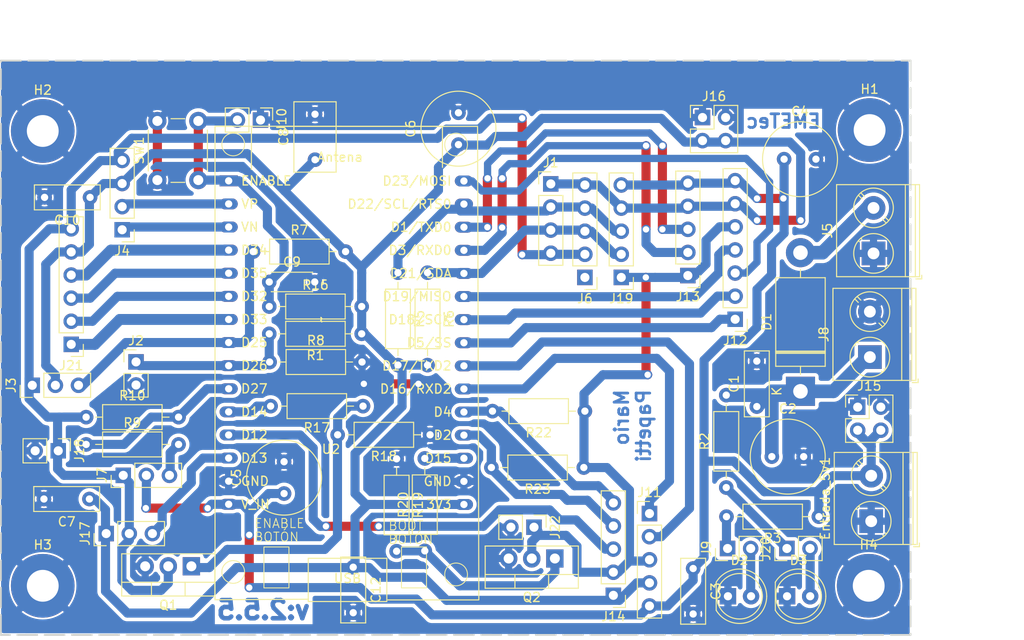
<source format=kicad_pcb>
(kicad_pcb (version 20241229) (generator "pcbnew") (generator_version "9.0")
  (title_block (title "Main Board EME (Estación Meteorológica Estática)") (date "2024-06-17") (rev "1.0") (company "ETec UM (Escuela Técnica de la Universidad de Mendoza).") (comment 1 "Se deja espacio apra agregar disipador al regulador líneal LM7805.") (comment 2 "Se utiliza un ESP32 DOIT DEVKITv1 para dicho proyecto.") (comment 3 "Considerar el layer superior cómo conexión de puentes entre pistas del Bottom.") (comment 4 "Importante considerar pulsador NA con puente interno para el circuito."))
  (layers (0 "F.Cu" signal) (2 "B.Cu" signal) (13 "F.Paste" user) (15 "B.Paste" user) (5 "F.SilkS" user "F.Silkscreen") (7 "B.SilkS" user "B.Silkscreen") (1 "F.Mask" user) (3 "B.Mask" user) (25 "Edge.Cuts" user))
  (net 0 "")
  (net 1 "+BATT")
  (net 2 "GNDREF")
  (net 3 "+5V")
  (net 4 "+3.3V")
  (net 5 "D_hall")
  (net 6 "Net-(D1-A)")
  (net 7 "Net-(D2-A)")
  (net 8 "SCL")
  (net 9 "ADDR")
  (net 10 "DHT22")
  (net 11 "Net-(J9-Pin_1)")
  (net 12 "GND_G1")
  (net 13 "Rest")
  (net 14 "Net-(D3-A)")
  (net 15 "GND_G2")
  (net 16 "RX2")
  (net 17 "KY-004_An")
  (net 18 "KY-004_Dg")
  (net 19 "MQ135_An")
  (net 20 "SDA")
  (net 21 "TX2")
  (net 22 "SS")
  (net 23 "SCK")
  (net 24 "MOSI")
  (net 25 "MISO")
  (net 26 "RX0")
  (net 27 "TX0")
  (net 28 "Y")
  (net 29 "GPIO2")
  (net 30 "Div")
  (net 31 "GPIO4")
  (net 32 "Net-(J20-Pin_1)")
  (net 33 "Net-(Q1-G)")
  (net 34 "Net-(Q2-G)")
  (net 35 "G1")
  (net 36 "G2")
  (net 37 "S0")
  (net 38 "S1")
  (net 39 "S2")
  (net 40 "GPIO12")
  (net 41 "Net-(J7-Pin_3)")
  (footprint "Capacitor_THT:C_Disc_D7.0mm_W2.5mm_P5.00mm" (layer "F.Cu") (at 77.2 107.4 180)
    (property "Reference" "C7")
    (property "Value" "104")
  )
  (footprint "Resistor_THT:R_Axial_DIN0207_L6.3mm_D2.5mm_P10.16mm_Horizontal" (layer "F.Cu") (at 110.97 102.98 -90)
    (property "Reference" "R19")
    (property "Value" "4k7")
  )
  (footprint "Connector_PinHeader_2.54mm:PinHeader_1x05_P2.54mm_Vertical" (layer "F.Cu") (at 142.99 82.835 180)
    (property "Reference" "J13")
    (property "Value" "UART0")
  )
  (footprint "Resistor_THT:R_Axial_DIN0207_L6.3mm_D2.5mm_P10.16mm_Horizontal" (layer "F.Cu") (at 114.65 100.34 180)
    (property "Reference" "R18")
    (property "Value" "4k7")
  )
  (footprint "TerminalBlock_Phoenix:TerminalBlock_Phoenix_PT-1,5-2-5.0-H_1x02_P5.00mm_Horizontal" (layer "F.Cu") (at 163 91.8 90)
    (property "Reference" "J8")
    (property "Value" "Baterias")
  )
  (footprint "MountingHole:MountingHole_3.5mm_Pad" (layer "F.Cu") (at 72.07 116.94)
    (property "Reference" "H3")
    (property "Value" "Sujeción")
  )
  (footprint "LED_THT:LED_D5.0mm_Clear" (layer "F.Cu") (at 147.395 118.09)
    (property "Reference" "D2")
    (property "Value" "LED")
  )
  (footprint "Connector_PinHeader_2.54mm:PinHeader_1x02_P2.54mm_Vertical" (layer "F.Cu") (at 82.325 92.325)
    (property "Reference" "J2")
    (property "Value" "volti")
  )
  (footprint "Resistor_THT:R_Axial_DIN0207_L6.3mm_D2.5mm_P10.16mm_Horizontal" (layer "F.Cu") (at 147.21 106.14 90)
    (property "Reference" "R2")
    (property "Value" "1k")
  )
  (footprint "Connector_PinHeader_2.54mm:PinHeader_1x04_P2.54mm_Vertical" (layer "F.Cu") (at 80.8 77.8 180)
    (property "Reference" "J4")
    (property "Value" "Hoja Mojada")
  )
  (footprint "Connector_PinHeader_2.54mm:PinHeader_1x07_P2.54mm_Vertical" (layer "F.Cu") (at 148.19 87.64 180)
    (property "Reference" "J12")
    (property "Value" "SPI_CONN")
  )
  (footprint "Resistor_THT:R_Axial_DIN0207_L6.3mm_D2.5mm_P10.16mm_Horizontal" (layer "F.Cu") (at 114.37 82.52 -90)
    (property "Reference" "R6")
    (property "Value" "10k")
  )
  (footprint "Connector_PinHeader_2.54mm:PinHeader_1x02_P2.54mm_Vertical" (layer "F.Cu") (at 96.01 65.74 -90)
    (property "Reference" "J10")
    (property "Value" "Reset")
  )
  (footprint "LED_THT:LED_D5.0mm_Clear" (layer "F.Cu") (at 153.895 118.09)
    (property "Reference" "D3")
    (property "Value" "LED")
  )
  (footprint "Capacitor_THT:C_Disc_D7.5mm_W4.4mm_P5.00mm" (layer "F.Cu") (at 102 70.1 90)
    (property "Reference" "C8")
    (property "Value" "104")
  )
  (footprint "Capacitor_THT:C_Radial_D8.0mm_H7.0mm_P3.50mm" (layer "F.Cu") (at 117.77 68.44 90)
    (property "Reference" "C6")
    (property "Value" "22uF")
  )
  (footprint "Connector_PinHeader_2.54mm:PinHeader_1x02_P2.54mm_Vertical" (layer "F.Cu") (at 153.88 112.84 90)
    (property "Reference" "J20")
    (property "Value" "Jumper")
  )
  (footprint "TerminalBlock_Phoenix:TerminalBlock_Phoenix_PT-1,5-2-5.0-H_1x02_P5.00mm_Horizontal" (layer "F.Cu") (at 163.145 109.84 90)
    (property "Reference" "Entrada_5v1")
    (property "Value" "5v")
  )
  (footprint "Resistor_THT:R_Axial_DIN0207_L6.3mm_D2.5mm_P10.16mm_Horizontal" (layer "F.Cu") (at 97.01 92.34)
    (property "Reference" "R8")
    (property "Value" "180k")
  )
  (footprint "Connector_PinHeader_2.54mm:PinHeader_1x03_P2.54mm_Vertical" (layer "F.Cu") (at 80.92 104.8 90)
    (property "Reference" "J7")
    (property "Value" "MQ135")
  )
  (footprint "Resistor_THT:R_Axial_DIN0207_L6.3mm_D2.5mm_P10.16mm_Horizontal" (layer "F.Cu") (at 107.28 97.19 180)
    (property "Reference" "R17")
    (property "Value" "1k")
  )
  (footprint "Connector_PinHeader_2.54mm:PinHeader_1x05_P2.54mm_Vertical" (layer "F.Cu") (at 134.8 117.99 180)
    (property "Reference" "J14")
    (property "Value" "GPIO's")
  )
  (footprint "Connector_PinHeader_2.54mm:PinHeader_1x05_P2.54mm_Vertical" (layer "F.Cu") (at 131.67 83.04 180)
    (property "Reference" "J6")
    (property "Value" "BH1750")
  )
  (footprint "MountingHole:MountingHole_3.5mm_Pad" (layer "F.Cu") (at 162.87 116.94)
    (property "Reference" "H4")
    (property "Value" "Sujeción")
  )
  (footprint "Resistor_THT:R_Axial_DIN0207_L6.3mm_D2.5mm_P10.16mm_Horizontal" (layer "F.Cu") (at 157.395 109.34 180)
    (property "Reference" "R3")
    (property "Value" "1k")
  )
  (footprint "Resistor_THT:R_Axial_DIN0207_L6.3mm_D2.5mm_P10.16mm_Horizontal" (layer "F.Cu") (at 76.84 101.4)
    (property "Reference" "R9")
    (property "Value" "12k")
  )
  (footprint "Capacitor_THT:C_Radial_D8.0mm_H11.5mm_P3.50mm" (layer "F.Cu") (at 153.57 70.04)
    (property "Reference" "C4")
    (property "Value" "220uF")
  )
  (footprint "Resistor_THT:R_Axial_DIN0207_L6.3mm_D2.5mm_P10.16mm_Horizontal" (layer "F.Cu") (at 76.84 98.4)
    (property "Reference" "R10")
    (property "Value" "22k")
  )
  (footprint "Package_TO_SOT_THT:TO-220-3_Vertical" (layer "F.Cu") (at 88.41 114.795 180)
    (property "Reference" "Q1")
    (property "Value" "IRF540N")
  )
  (footprint "Button_Switch_THT:SW_PUSH_6mm_H8mm" (layer "F.Cu") (at 84.67 72.34 90)
    (property "Reference" "SW1")
    (property "Value" "Enable")
  )
  (footprint "Connector_PinHeader_2.54mm:PinHeader_2x02_P2.54mm_Vertical" (layer "F.Cu") (at 144.6 65.46)
    (property "Reference" "J16")
    (property "Value" "Alimentaciones")
  )
  (footprint "Resistor_THT:R_Axial_DIN0207_L6.3mm_D2.5mm_P10.16mm_Horizontal" (layer "F.Cu") (at 107.13 89.24 180)
    (property "Reference" "R1")
    (property "Value" "1M")
  )
  (footprint "Capacitor_THT:C_Disc_D7.0mm_W2.5mm_P5.00mm" (layer "F.Cu") (at 106.2 114.9 -90)
    (property "Reference" "C12")
    (property "Value" "104")
  )
  (footprint "Resistor_THT:R_Axial_DIN0207_L6.3mm_D2.5mm_P10.16mm_Horizontal" (layer "F.Cu") (at 96.97 86.24)
    (property "Reference" "R16")
    (property "Value" "10k")
  )
  (footprint "Connector_PinHeader_2.54mm:PinHeader_1x03_P2.54mm_Vertical" (layer "F.Cu") (at 70.92 94.9 90)
    (property "Reference" "J3")
    (property "Value" "DHT22")
  )
  (footprint "Connector_PinHeader_2.54mm:PinHeader_1x02_P2.54mm_Vertical" (layer "F.Cu") (at 126.075 110.5 -90)
    (property "Reference" "J22")
    (property "Value" "G->G2")
  )
  (footprint "Capacitor_THT:C_Radial_D8.0mm_H11.5mm_P3.50mm" (layer "F.Cu") (at 152.22 102.74)
    (property "Reference" "C2")
    (property "Value" "220uF")
  )
  (footprint "Capacitor_THT:C_Disc_D7.0mm_W2.5mm_P5.00mm" (layer "F.Cu") (at 150.57 97.24 90)
    (property "Reference" "C1")
    (property "Value" "104")
  )
  (footprint "Connector_PinHeader_2.54mm:PinHeader_1x05_P2.54mm_Vertical" (layer "F.Cu") (at 138.77 109)
    (property "Reference" "J11")
    (property "Value" "UART2")
  )
  (footprint "Connector_PinHeader_2.54mm:PinHeader_1x06_P2.54mm_Vertical" (layer "F.Cu") (at 75.2 90.4 180)
    (property "Reference" "J21")
    (property "Value" "veleta")
  )
  (footprint "MountingHole:MountingHole_3.5mm_Pad" (layer "F.Cu") (at 162.97 66.84)
    (property "Reference" "H1")
    (property "Value" "Sujeción")
  )
  (footprint "TerminalBlock_Phoenix:TerminalBlock_Phoenix_PT-1,5-2-5.0-H_1x02_P5.00mm_Horizontal" (layer "F.Cu") (at 163.4 80.4 90)
    (property "Reference" "J5")
    (property "Value" "PanelSolar")
  )
  (footprint "Connector_PinHeader_2.54mm:PinHeader_1x05_P2.54mm_Vertical" (layer "F.Cu") (at 135.67 83.04 180)
    (property "Reference" "J19")
    (property "Value" "I2C")
  )
  (footprint "Connector_PinHeader_2.54mm:PinHeader_1x02_P2.54mm_Vertical" (layer "F.Cu") (at 147.355 112.84 90)
    (property "Reference" "J9")
    (property "Value" "Jumper")
  )
  (footprint "Resistor_THT:R_Axial_DIN0207_L6.3mm_D2.5mm_P10.16mm_Horizontal" (layer "F.Cu") (at 114.07 113.1 90)
    (property "Reference" "R20")
    (property "Value" "1k")
  )
  (footprint "Resistor_THT:R_Axial_DIN0207_L6.3mm_D2.5mm_P10.16mm_Horizontal" (layer "F.Cu") (at 131.67 97.74 180)
    (property "Reference" "R22")
    (property "Value" "4k7")
  )
  (footprint "Connector_PinHeader_2.54mm:PinHeader_1x02_P2.54mm_Vertical" (layer "F.Cu") (at 73.775 102.1 -90)
    (property "Reference" "J18")
    (property "Value" "G->G1")
  )
  (footprint "Capacitor_THT:C_Radial_D8.0mm_H7.0mm_P3.50mm" (layer "F.Cu") (at 98.6 106.8 90)
    (property "Reference" "C5")
    (property "Value" "22uF")
  )
  (footprint "Package_TO_SOT_THT:TO-220-3_Vertical" (layer "F.Cu") (at 128.37 113.94 180)
    (property "Reference" "Q2")
    (property "Value" "IRF540N")
  )
  (footprint "Diode_THT:D_DO-201AD_P15.24mm_Horizontal" (layer "F.Cu") (at 155.37 95.56 90)
    (property "Reference" "D1")
    (property "Value" "1N5400")
  )
  (footprint "Resistor_THT:R_Axial_DIN0207_L6.3mm_D2.5mm_P10.16mm_Horizontal" (layer "F.Cu") (at 111.12 82.52 -90)
    (property "Reference" "R5")
    (property "Value" "10k")
  )
  (footprint "Connector_PinHeader_2.54mm:PinHeader_2x02_P2.54mm_Vertical" (layer "F.Cu") (at 161.66 97.3)
    (property "Reference" "J15")
    (property "Value" "Alimentaciones")
  )
  (footprint "Resistor_THT:R_Axial_DIN0207_L6.3mm_D2.5mm_P10.16mm_Horizontal" (layer "F.Cu") (at 95.2 80.2)
    (property "Reference" "R7")
    (property "Value" "5k1")
  )
  (footprint "Capacitor_THT:C_Disc_D7.0mm_W2.5mm_P5.00mm" (layer "F.Cu") (at 143.57 115.04 -90)
    (property "Reference" "C3")
    (property "Value" "104")
  )
  (footprint "Librerias:ESP32-DevKit_V1" (layer "F.Cu") (at 92.508 72.42)
    (property "Reference" "U2")
    (property "Value" "~")
  )
  (footprint "Capacitor_THT:C_Disc_D4.3mm_W1.9mm_P5.00mm" (layer "F.Cu") (at 96.97 83.54)
    (property "Reference" "C9")
    (property "Value" "104")
  )
  (footprint "Capacitor_THT:C_Disc_D7.0mm_W2.5mm_P5.00mm" (layer "F.Cu") (at 77.27 74.24 180)
    (property "Reference" "C10")
    (property "Value" "104")
  )
  (footprint "Resistor_THT:R_Axial_DIN0207_L6.3mm_D2.5mm_P10.16mm_Horizontal" (layer "F.Cu") (at 131.55 103.94 180)
    (property "Reference" "R23")
    (property "Value" "4k7")
  )
  (footprint "Connector_PinHeader_2.54mm:PinHeader_1x03_P2.54mm_Vertical" (layer "F.Cu") (at 79.045 111.2 90)
    (property "Reference" "J17")
    (property "Value" "Anemómetro")
  )
  (footprint "MountingHole:MountingHole_3.5mm_Pad" (layer "F.Cu") (at 72.07 66.94)
    (property "Reference" "H2")
    (property "Value" "Sujeción")
  )
  (footprint "Connector_PinHeader_2.54mm:PinHeader_1x04_P2.54mm_Vertical" (layer "F.Cu") (at 127.92 72.76)
    (property "Reference" "J1")
    (property "Value" "BMP180")
  )
  (gr_rect (start 67.47 59.21) (end 167.47 122.34) (stroke (width 0.2) (type dash)) (fill no) (layer "Edge.Cuts"))
  (gr_text "EMETec" (at 157.75 66.75 0) (layer "B.Cu") (effects (font (size 1.5 1.5) (thickness 0.3) (bold yes)) (justify left bottom mirror)))
  (gr_text "Mario\nPapetti" (at 139 95.2 90) (layer "B.Cu") (effects (font (size 1.5 1.5) (thickness 0.3) (bold yes)) (justify left bottom mirror)))
  (gr_text "v:2.5.5" (at 101.69 120.78 0) (layer "B.Cu") (effects (font (size 2 2) (thickness 0.5) (bold yes)) (justify left bottom mirror)))
  (segment (start 154.95 95.98) (end 155.37 95.56) (width 1.5) (layer "B.Cu") (net 1))
  (segment (start 152.22 95.59) (end 152.22 102.74) (width 1.5) (layer "B.Cu") (net 1))
  (segment (start 163 91.8) (end 162.75 91.8) (width 1.5) (layer "B.Cu") (net 1))
  (segment (start 155.37 95.56) (end 152.25 95.56) (width 1.5) (layer "B.Cu") (net 1))
  (segment (start 147.21 95.98) (end 154.95 95.98) (width 1.5) (layer "B.Cu") (net 1))
  (segment (start 152.25 95.56) (end 150.57 97.24) (width 1.5) (layer "B.Cu") (net 1))
  (segment (start 158.99 95.56) (end 155.37 95.56) (width 1.5) (layer "B.Cu") (net 1))
  (segment (start 152.25 95.56) (end 152.22 95.59) (width 1.5) (layer "B.Cu") (net 1))
  (segment (start 162.75 91.8) (end 158.99 95.56) (width 1.5) (layer "B.Cu") (net 1))
  (segment (start 84.67 65.84) (end 84.67 72.34) (width 1) (layer "F.Cu") (net 2))
  (segment (start 113.37 94.74) (end 107.37 94.74) (width 1) (layer "F.Cu") (net 2))
  (via (at 113.37 94.74) (size 1) (drill 0.7) (layers "F.Cu" "B.Cu") (net 2))
  (via (at 107.37 94.74) (size 1) (drill 0.7) (layers "F.Cu" "B.Cu") (net 2))
  (segment (start 150.59 74.36) (end 153.49 74.36) (width 1) (layer "F.Cu") (net 3))
  (segment (start 83.4 108.4) (end 90.2 108.4) (width 1) (layer "F.Cu") (net 3))
  (segment (start 94.77 111.34) (end 94.77 117.14) (width 1) (layer "F.Cu") (net 3))
  (via (at 153.49 74.36) (size 1) (drill 0.7) (layers "F.Cu" "B.Cu") (net 3))
  (via (at 150.59 74.36) (size 1) (drill 0.7) (layers "F.Cu" "B.Cu") (net 3))
  (via (at 94.77 117.14) (size 1) (drill 0.7) (layers "F.Cu" "B.Cu") (net 3))
  (via (at 90.2 108.4) (size 1) (drill 0.7) (layers "F.Cu" "B.Cu") (net 3))
  (via (at 83.4 108.4) (size 1) (drill 0.7) (layers "F.Cu" "B.Cu") (net 3))
  (via (at 94.77 111.34) (size 1) (drill 0.7) (layers "F.Cu" "B.Cu") (net 3))
  (segment (start 144.77 102.99) (end 144.77 113.84) (width 1) (layer "B.Cu") (net 3))
  (segment (start 83.4 108.4) (end 83.46 108.34) (width 1) (layer "B.Cu") (net 3))
  (segment (start 106.94 117.14) (end 108.2 118.4) (width 1) (layer "B.Cu") (net 3))
  (segment (start 108.2 118.4) (end 113.13 118.4) (width 1) (layer "B.Cu") (net 3))
  (segment (start 152.19 82.76) (end 152.19 79.56) (width 1) (layer "B.Cu") (net 3))
  (segment (start 152.19 79.56) (end 153.57 78.18) (width 1) (layer "B.Cu") (net 3))
  (segment (start 146.97 89.94) (end 149.17 89.94) (width 1) (layer "B.Cu") (net 3))
  (segment (start 143.57 116.34) (end 140.75 119.16) (width 1) (layer "B.Cu") (net 3))
  (segment (start 144.77 92.14) (end 146.97 89.94) (width 1) (layer "B.Cu") (net 3))
  (segment (start 153.57 74.44) (end 153.49 74.36) (width 1) (layer "B.Cu") (net 3))
  (segment (start 137.79 120.14) (end 138.77 119.16) (width 1) (layer "B.Cu") (net 3))
  (segment (start 148.63 72.4) (end 150.59 74.36) (width 1) (layer "B.Cu") (net 3))
  (segment (start 148.63 72.4) (end 148.99 72.76) (width 1) (layer "B.Cu") (net 3))
  (segment (start 92.508 107.98) (end 94.01 107.98) (width 1) (layer "B.Cu") (net 3))
  (segment (start 150.59 88.52) (end 150.59 84.36) (width 1) (layer "B.Cu") (net 3))
  (segment (start 148.19 72.4) (end 148.63 72.4) (width 1) (layer "B.Cu") (net 3))
  (segment (start 135.67 72.88) (end 142.785 72.88) (width 1) (layer "B.Cu") (net 3))
  (segment (start 140.75 119.16) (end 138.77 119.16) (width 1) (layer "B.Cu") (net 3))
  (segment (start 94.77 111.34) (end 94.77 108.93) (width 1) (layer "B.Cu") (net 3))
  (segment (start 161.66 100.14) (end 161.66 99.84) (width 1) (layer "B.Cu") (net 3))
  (segment (start 143.57 115.04) (end 143.57 116.34) (width 1) (layer "B.Cu") (net 3))
  (segment (start 153.49 74.36) (end 153.57 74.28) (width 1) (layer "B.Cu") (net 3))
  (segment (start 90.62 107.98) (end 90.2 108.4) (width 1) (layer "B.Cu") (net 3))
  (segment (start 142.785 72.88) (end 142.99 72.675) (width 1) (layer "B.Cu") (net 3))
  (segment (start 157.395 109.34) (end 157.395 106.405) (width 1) (layer "B.Cu") (net 3))
  (segment (start 150.59 84.36) (end 152.19 82.76) (width 1) (layer "B.Cu") (net 3))
  (segment (start 163.145 104.84) (end 163.145 101.625) (width 1) (layer "B.Cu") (net 3))
  (segment (start 149.17 89.94) (end 150.59 88.52) (width 1) (layer "B.Cu") (net 3))
  (segment (start 163.145 101.625) (end 163.145 100.895) (width 1) (layer "B.Cu") (net 3))
  (segment (start 83.46 108.34) (end 83.46 104.8) (width 1) (layer "B.Cu") (net 3))
  (segment (start 148.045 103.24) (end 151.405 106.6) (width 1) (layer "B.Cu") (net 3))
  (segment (start 163.145 101.625) (end 161.66 100.14) (width 1) (layer "B.Cu") (net 3))
  (segment (start 113.13 118.4) (end 114.87 120.14) (width 1) (layer "B.Cu") (net 3))
  (segment (start 94.77 117.14) (end 106.94 117.14) (width 1) (layer "B.Cu") (net 3))
  (segment (start 163.145 100.895) (end 164.2 99.84) (width 1) (layer "B.Cu") (net 3))
  (segment (start 94.01 107.98) (end 94.77 108.74) (width 1) (layer "B.Cu") (net 3))
  (segment (start 94.77 108.93) (end 96.9 106.8) (width 1) (layer "B.Cu") (net 3))
  (segment (start 145.02 103.24) (end 148.045 103.24) (width 1) (layer "B.Cu") (net 3))
  (segment (start 158.96 104.84) (end 163.145 104.84) (width 1) (layer "B.Cu") (net 3))
  (segment (start 144.77 102.99) (end 145.02 103.24) (width 1) (layer "B.Cu") (net 3))
  (segment (start 157.395 106.6) (end 157.395 109.34) (width 1) (layer "B.Cu") (net 3))
  (segment (start 144.77 102.99) (end 144.77 92.14) (width 1) (layer "B.Cu") (net 3))
  (segment (start 96.9 106.8) (end 98.6 106.8) (width 1) (layer "B.Cu") (net 3))
  (segment (start 151.405 106.6) (end 157.395 106.6) (width 1) (layer "B.Cu") (net 3))
  (segment (start 157.395 106.405) (end 158.96 104.84) (width 1) (layer "B.Cu") (net 3))
  (segment (start 147.915 72.675) (end 148.19 72.4) (width 1) (layer "B.Cu") (net 3))
  (segment (start 153.57 74.28) (end 153.57 70.04) (width 1) (layer "B.Cu") (net 3))
  (segment (start 114.87 120.14) (end 137.79 120.14) (width 1) (layer "B.Cu") (net 3))
  (segment (start 153.57 78.18) (end 153.57 74.44) (width 1) (layer "B.Cu") (net 3))
  (segment (start 94.77 108.74) (end 94.77 111.34) (width 1) (layer "B.Cu") (net 3))
  (segment (start 144.77 113.84) (end 143.57 115.04) (width 1) (layer "B.Cu") (net 3))
  (segment (start 142.99 72.675) (end 147.915 72.675) (width 1) (layer "B.Cu") (net 3))
  (segment (start 92.508 107.98) (end 90.62 107.98) (width 1) (layer "B.Cu") (net 3))
  (segment (start 150.59 76.76) (end 155.39 76.76) (width 1) (layer "F.Cu") (net 4))
  (via (at 155.39 76.76) (size 1) (drill 0.7) (layers "F.Cu" "B.Cu") (net 4))
  (via (at 150.59 76.76) (size 1) (drill 0.7) (layers "F.Cu" "B.Cu") (net 4))
  (segment (start 135.67 75.42) (end 142.785 75.42) (width 1) (layer "B.Cu") (net 4))
  (segment (start 137.38 116.62) (end 138.77 116.62) (width 1) (layer "B.Cu") (net 4))
  (segment (start 142.785 75.42) (end 142.99 75.215) (width 1) (layer "B.Cu") (net 4))
  (segment (start 84.08 69.44) (end 94.57 69.44) (width 1) (layer "B.Cu") (net 4))
  (segment (start 77.2 107.4) (end 77.8 107.4) (width 1) (layer "B.Cu") (net 4))
  (segment (start 81.37 119.94) (end 88.37 119.94) (width 1) (layer "B.Cu") (net 4))
  (segment (start 140.06 65.56) (end 126.95 65.56) (width 1) (layer "B.Cu") (net 4))
  (segment (start 142.99 75.215) (end 147.915 75.215) (width 1) (layer "B.Cu") (net 4))
  (segment (start 72.4 81.6) (end 73.76 80.24) (width 1) (layer "B.Cu") (net 4))
  (segment (start 78.97 108.57) (end 78.97 117.54) (width 1) (layer "B.Cu") (net 4))
  (segment (start 107.47 89.24) (end 107.13 89.24) (width 1) (layer "B.Cu") (net 4))
  (segment (start 111.57 93.34) (end 107.47 89.24) (width 1) (layer "B.Cu") (net 4))
  (segment (start 107.13 84.54) (end 107.13 89.24) (width 1) (layer "B.Cu") (net 4))
  (segment (start 106.4 109.4) (end 107.8 108) (width 1) (layer "B.Cu") (net 4))
  (segment (start 77.8 107.4) (end 78.97 108.57) (width 1) (layer "B.Cu") (net 4))
  (segment (start 120.92 68.49) (end 117.77 68.49) (width 1) (layer "B.Cu") (net 4))
  (segment (start 118.27 108.1) (end 118.37 108) (width 1) (layer "B.Cu") (net 4))
  (segment (start 77.2 79.4) (end 76.36 80.24) (width 1) (layer "B.Cu") (net 4))
  (segment (start 131.67 72.88) (end 133.13 72.88) (width 1) (layer "B.Cu") (net 4))
  (segment (start 77.27 74.24) (end 77.2 74.31) (width 1) (layer "B.Cu") (net 4))
  (segment (start 155.39 76.76) (end 155.39 69.36) (width 1) (layer "B.Cu") (net 4))
  (segment (start 107.94 114.94) (end 109 116) (width 1) (layer "B.Cu") (net 4))
  (segment (start 78.79 72.72) (end 77.27 74.24) (width 1) (layer "B.Cu") (net 4))
  (segment (start 113.93 116) (end 116.47 118.54) (width 1) (layer "B.Cu") (net 4))
  (segment (start 127.92 72.76) (end 131.55 72.76) (width 1) (layer "B.Cu") (net 4))
  (segment (start 73.46 94.9) (end 73.46 93.76) (width 1) (layer "B.Cu") (net 4))
  (segment (start 94.57 69.44) (end 98.665 73.535) (width 1) (layer "B.Cu") (net 4))
  (segment (start 107.8 108) (end 108.6 108) (width 1) (layer "B.Cu") (net 4))
  (segment (start 98.665 73.435) (end 98.665 73.535) (width 1) (layer "B.Cu") (net 4))
  (segment (start 77.2 74.31) (end 77.2 79.4) (width 1) (layer "B.Cu") (net 4))
  (segment (start 117.77 68.49) (end 117.77 68.74) (width 1) (layer "B.Cu") (net 4))
  (segment (start 102 70.1) (end 98.665 73.435) (width 1) (layer "B.Cu") (net 4))
  (segment (start 98.665 73.535) (end 107.03 81.9) (width 1) (layer "B.Cu") (net 4))
  (segment (start 76.36 80.24) (end 75.2 80.24) (width 1) (layer "B.Cu") (net 4))
  (segment (start 107.13 81.9) (end 107.13 82.54) (width 1) (layer "B.Cu") (net 4))
  (segment (start 121.87 67.54) (end 120.92 68.49) (width 1) (layer "B.Cu") (net 4))
  (segment (start 93.37 114.94) (end 107.94 114.94) (width 1) (layer "B.Cu") (net 4))
  (segment (start 126.95 65.56) (end 124.97 67.54) (width 1) (layer "B.Cu") (net 4))
  (segment (start 106.4 114.94) (end 106.4 109.4) (width 1) (layer "B.Cu") (net 4))
  (segment (start 133.13 72.88) (end 135.67 75.42) (width 1) (layer "B.Cu") (net 4))
  (segment (start 116.47 118.54) (end 135.46 118.54) (width 1) (layer "B.Cu") (net 4))
  (segment (start 73.46 93.76) (end 72.4 92.7) (width 1) (layer "B.Cu") (net 4))
  (segment (start 131.55 72.76) (end 131.67 72.88) (width 1) (layer "B.Cu") (net 4))
  (segment (start 148.41 75.16) (end 148.99 75.16) (width 1) (layer "B.Cu") (net 4))
  (segment (start 73.76 80.24) (end 75.2 80.24) (width 1) (layer "B.Cu") (net 4))
  (segment (start 80.8 72.72) (end 84.08 69.44) (width 1) (layer "B.Cu") (net 4))
  (segment (start 111.57 97.23) (end 111.57 93.34) (width 1) (layer "B.Cu") (net 4))
  (segment (start 107.6 108) (end 106.4 106.8) (width 1) (layer "B.Cu") (net 4))
  (segment (start 154.19 68.16) (end 142.66 68.16) (width 1) (layer "B.Cu") (net 4))
  (segment (start 107.13 82.54) (end 107.13 84.54) (width 1) (layer "B.Cu") (net 4))
  (segment (start 117.77 68.74) (end 115.57 70.94) (width 1) (layer "B.Cu") (net 4))
  (segment (start 124.97 67.54) (end 121.87 67.54) (width 1) (layer "B.Cu") (net 4))
  (segment (start 72.4 92.7) (end 72.4 81.6) (width 1) (layer "B.Cu") (net 4))
  (segment (start 155.39 69.36) (end 154.19 68.16) (width 1) (layer "B.Cu") (net 4))
  (segment (start 106.4 106.8) (end 106.4 102.4) (width 1) (layer "B.Cu") (net 4))
  (segment (start 142.66 68.16) (end 140.06 65.56) (width 1) (layer "B.Cu") (net 4))
  (segment (start 78.97 117.54) (end 81.37 119.94) (width 1) (layer "B.Cu") (net 4))
  (segment (start 135.46 118.54) (end 137.38 116.62) (width 1) (layer "B.Cu") (net 4))
  (segment (start 147.915 75.215) (end 148.19 74.94) (width 1) (layer "B.Cu") (net 4))
  (segment (start 107.94 114.94) (end 106.4 114.94) (width 1) (layer "B.Cu") (net 4))
  (segment (start 115.57 70.94) (end 115.57 73.46) (width 1) (layer "B.Cu") (net 4))
  (segment (start 109 116) (end 113.93 116) (width 1) (layer "B.Cu") (net 4))
  (segment (start 106.4 102.4) (end 111.57 97.23) (width 1) (layer "B.Cu") (net 4))
  (segment (start 88.37 119.94) (end 93.37 114.94) (width 1) (layer "B.Cu") (net 4))
  (segment (start 148.99 75.16) (end 150.59 76.76) (width 1) (layer "B.Cu") (net 4))
  (segment (start 108.6 108) (end 107.6 108) (width 1) (layer "B.Cu") (net 4))
  (segment (start 118.37 108) (end 109.63 108) (width 1) (layer "B.Cu") (net 4))
  (segment (start 114.37 92.68) (end 111.12 92.68) (width 1) (layer "B.Cu") (net 4))
  (segment (start 80.8 72.72) (end 78.79 72.72) (width 1) (layer "B.Cu") (net 4))
  (segment (start 115.57 73.46) (end 107.13 81.9) (width 1) (layer "B.Cu") (net 4))
  (segment (start 148.19 74.94) (end 148.41 75.16) (width 1) (layer "B.Cu") (net 4))
  (segment (start 107.03 81.9) (end 107.13 81.9) (width 1) (layer "B.Cu") (net 4))
  (segment (start 108.6 108) (end 109.63 108) (width 1) (layer "B.Cu") (net 4))
  (segment (start 88.4 104.2) (end 89.7 102.9) (width 1) (layer "B.Cu") (net 5))
  (segment (start 88.4 105.6) (end 88.4 104.2) (width 1) (layer "B.Cu") (net 5))
  (segment (start 85.2 110.125) (end 85.2 108.8) (width 1) (layer "B.Cu") (net 5))
  (segment (start 89.7 102.9) (end 92.508 102.9) (width 1) (layer "B.Cu") (net 5))
  (segment (start 92.628 102.78) (end 92.508 102.9) (width 1) (layer "B.Cu") (net 5))
  (segment (start 85.2 108.8) (end 88.4 105.6) (width 1) (layer "B.Cu") (net 5))
  (segment (start 84.125 111.2) (end 85.2 110.125) (width 1) (layer "B.Cu") (net 5))
  (segment (start 155.37 80.32) (end 157.79 80.32) (width 1.5) (layer "B.Cu") (net 6))
  (segment (start 157.79 80.32) (end 162.71 75.4) (width 1.5) (layer "B.Cu") (net 6))
  (segment (start 162.71 75.4) (end 163.4 75.4) (width 1.5) (layer "B.Cu") (net 6))
  (segment (start 149.895 112.84) (end 149.895 118.05) (width 1) (layer "B.Cu") (net 7))
  (segment (start 149.895 118.05) (end 149.935 118.09) (width 1) (layer "B.Cu") (net 7))
  (segment (start 117.81 75.54) (end 118.01 75.74) (width 1) (layer "B.Cu") (net 8))
  (segment (start 118.01 75.74) (end 127.48 75.74) (width 1) (layer "B.Cu") (net 8))
  (segment (start 127.92 75.3) (end 131.55 75.3) (width 1) (layer "B.Cu") (net 8))
  (segment (start 117.81 75.54) (end 116.37 75.54) (width 1) (layer "B.Cu") (net 8))
  (segment (start 131.55 75.3) (end 131.67 75.42) (width 1) (layer "B.Cu") (net 8))
  (segment (start 116.37 75.54) (end 111.12 80.79) (width 1) (layer "B.Cu") (net 8))
  (segment (start 127.48 75.74) (end 127.92 75.3) (width 1) (layer "B.Cu") (net 8))
  (segment (start 111.12 80.79) (end 111.12 82.52) (width 1) (layer "B.Cu") (net 8))
  (segment (start 131.67 75.42) (end 132.41 75.42) (width 1) (layer "B.Cu") (net 8))
  (segment (start 134.95 77.96) (end 135.67 77.96) (width 1) (layer "B.Cu") (net 8))
  (segment (start 118.37 74.98) (end 117.81 75.54) (width 1) (layer "B.Cu") (net 8))
  (segment (start 132.41 75.42) (end 134.95 77.96) (width 1) (layer "B.Cu") (net 8))
  (segment (start 94.8 80.6) (end 95.2 80.2) (width 1) (layer "B.Cu") (net 10))
  (segment (start 92.508 90.2) (end 94.1 90.2) (width 1) (layer "B.Cu") (net 10))
  (segment (start 94.1 90.2) (end 94.8 89.5) (width 1) (layer "B.Cu") (net 10))
  (segment (start 81.2 90.2) (end 92.508 90.2) (width 1) (layer "B.Cu") (net 10))
  (segment (start 94.8 89.5) (end 94.8 80.6) (width 1) (layer "B.Cu") (net 10))
  (segment (start 76.24 95.16) (end 81.2 90.2) (width 1) (layer "B.Cu") (net 10))
  (segment (start 147.235 109.34) (end 147.235 112.72) (width 1) (layer "B.Cu") (net 11))
  (segment (start 147.235 112.72) (end 147.355 112.84) (width 1) (layer "B.Cu") (net 11))
  (segment (start 124.77 80.54) (end 124.77 65.54) (width 1) (layer "F.Cu") (net 12))
  (via (at 124.77 65.54) (size 1) (drill 0.7) (layers "F.Cu" "B.Cu") (net 12))
  (via (at 124.77 80.54) (size 1) (drill 0.7) (layers "F.Cu" "B.Cu") (net 12))
  (segment (start 80.8 104.8) (end 81.585 105.585) (width 1) (layer "B.Cu") (net 12))
  (segment (start 73.9 98.4) (end 73.7 98.6) (width 1) (layer "B.Cu") (net 12))
  (segment (start 80.77 116.34) (end 81.87 117.44) (width 1) (layer "B.Cu") (net 12))
  (segment (start 85.07 117.44) (end 85.87 116.64) (width 1) (layer "B.Cu") (net 12))
  (segment (start 78.41 70.2) (end 75.2 73.41) (width 1) (layer "B.Cu") (net 12))
  (segment (start 80.77 112.74) (end 80.77 116.34) (width 1) (layer "B.Cu") (net 12))
  (segment (start 76.84 98.4) (end 74.4 98.4) (width 1) (layer "B.Cu") (net 12))
  (segment (start 70.57 96.37) (end 72.6 98.4) (width 1) (layer "B.Cu") (net 12))
  (segment (start 131.67 80.5) (end 128.04 80.5) (width 1) (layer "B.Cu") (net 12))
  (segment (start 72.8 77.7) (end 70.57 79.93) (width 1) (layer "B.Cu") (net 12))
  (segment (start 127.76 80.54) (end 124.77 80.54) (width 1) (layer "B.Cu") (net 12))
  (segment (start 74.4 104.8) (end 80.8 104.8) (width 1) (layer "B.Cu") (net 12))
  (segment (start 81.87 67.74) (end 80.37 69.24) (width 1) (layer "B.Cu") (net 12))
  (segment (start 127.92 80.38) (end 127.76 80.54) (width 1) (layer "B.Cu") (net 12))
  (segment (start 80.37 69.24) (end 80.37 70.2) (width 1) (layer "B.Cu") (net 12))
  (segment (start 116.471119 66.74) (end 115.471119 67.74) (width 1) (layer "B.Cu") (net 12))
  (segment (start 120.066081 66.74) (end 116.471119 66.74) (width 1) (layer "B.Cu") (net 12))
  (segment (start 80.37 70.2) (end 78.41 70.2) (width 1) (layer "B.Cu") (net 12))
  (segment (start 124.77 65.54) (end 121.266081 65.54) (width 1) (layer "B.Cu") (net 12))
  (segment (start 81.87 117.44) (end 85.07 117.44) (width 1) (layer "B.Cu") (net 12))
  (segment (start 115.471119 67.74) (end 81.87 67.74) (width 1) (layer "B.Cu") (net 12))
  (segment (start 85.87 116.64) (end 85.87 114.795) (width 1) (layer "B.Cu") (net 12))
  (segment (start 128.04 80.5) (end 127.92 80.38) (width 1) (layer "B.Cu") (net 12))
  (segment (start 73.7 98.6) (end 73.7 104.1) (width 1) (layer "B.Cu") (net 12))
  (segment (start 81.585 105.585) (end 81.585 111.925) (width 1) (layer "B.Cu") (net 12))
  (segment (start 81.585 111.925) (end 80.77 112.74) (width 1) (layer "B.Cu") (net 12))
  (segment (start 75.2 73.41) (end 75.2 77.7) (width 1) (layer "B.Cu") (net 12))
  (segment (start 72.6 98.4) (end 76.84 98.4) (width 1) (layer "B.Cu") (net 12))
  (segment (start 75.2 77.7) (end 72.8 77.7) (width 1) (layer "B.Cu") (net 12))
  (segment (start 121.266081 65.54) (end 120.066081 66.74) (width 1) (layer "B.Cu") (net 12))
  (segment (start 70.57 79.93) (end 70.57 96.37) (width 1) (layer "B.Cu") (net 12))
  (segment (start 73.7 104.1) (end 74.4 104.8) (width 1) (layer "B.Cu") (net 12))
  (segment (start 89.17 65.84) (end 89.17 72.34) (width 1) (layer "F.Cu") (net 13))
  (segment (start 92.508 72.42) (end 92.428 72.34) (width 1) (layer "B.Cu") (net 13))
  (segment (start 96.97 83.54) (end 96.97 86.24) (width 1) (layer "B.Cu") (net 13))
  (segment (start 96.77 75.54) (end 96.77 77.37) (width 1) (layer "B.Cu") (net 13))
  (segment (start 96.77 77.37) (end 98.6 79.2) (width 1) (layer "B.Cu") (net 13))
  (segment (start 92.508 72.42) (end 93.65 72.42) (width 1) (layer "B.Cu") (net 13))
  (segment (start 93.65 72.42) (end 96.77 75.54) (width 1) (layer "B.Cu") (net 13))
  (segment (start 93.405 65.84) (end 93.505 65.94) (width 1) (layer "B.Cu") (net 13))
  (segment (start 89.17 65.84) (end 93.405 65.84) (width 1) (layer "B.Cu") (net 13))
  (segment (start 96.97 86.24) (end 96.77 86.04) (width 1) (layer "B.Cu") (net 13))
  (segment (start 92.428 72.34) (end 89.17 72.34) (width 1) (layer "B.Cu") (net 13))
  (segment (start 98.6 81.91) (end 96.97 83.54) (width 1) (layer "B.Cu") (net 13))
  (segment (start 98.6 79.2) (end 98.6 81.91) (width 1) (layer "B.Cu") (net 13))
  (segment (start 156.435 112.855) (end 156.42 112.84) (width 1) (layer "B.Cu") (net 14))
  (segment (start 156.435 118.09) (end 156.435 112.855) (width 1) (layer "B.Cu") (net 14))
  (segment (start 138.39 93.56) (end 138.39 83.04) (width 1) (layer "F.Cu") (net 15))
  (segment (start 138.57 93.74) (end 138.39 93.56) (width 1) (layer "F.Cu") (net 15))
  (via (at 138.37 83.04) (size 1) (drill 0.7) (layers "F.Cu" "B.Cu") (net 15))
  (via (at 138.57 93.74) (size 1) (drill 0.7) (layers "F.Cu" "B.Cu") (net 15))
  (segment (start 133.66 93.74) (end 138.57 93.74) (width 1) (layer "B.Cu") (net 15))
  (segment (start 146.47 77.48) (end 148.19 77.48) (width 1) (layer "B.Cu") (net 15))
  (segment (start 142.99 82.835) (end 143.715 82.835) (width 1) (layer "B.Cu") (net 15))
  (segment (start 131.57 103.94) (end 131.57 95.83) (width 1) (layer "B.Cu") (net 15))
  (segment (start 134.8 115.45) (end 130.8 115.45) (width 1) (layer "B.Cu") (net 15))
  (segment (start 142.785 83.04) (end 142.99 82.835) (width 1) (layer "B.Cu") (net 15))
  (segment (start 143.715 82.835) (end 144.99 81.56) (width 1) (layer "B.Cu") (net 15))
  (segment (start 139.39 83.04) (end 142.785 83.04) (width 1) (layer "B.Cu") (net 15))
  (segment (start 144.99 81.56) (end 144.99 78.96) (width 1) (layer "B.Cu") (net 15))
  (segment (start 134.08 103.94) (end 136.57 106.43) (width 1) (layer "B.Cu") (net 15))
  (segment (start 131.57 95.83) (end 133.66 93.74) (width 1) (layer "B.Cu") (net 15))
  (segment (start 129.6 111.4) (end 126.51 111.4) (width 1) (layer "B.Cu") (net 15))
  (segment (start 144.99 78.96) (end 146.47 77.48) (width 1) (layer "B.Cu") (net 15))
  (segment (start 136.57 106.43) (end 136.57 114.22) (width 1) (layer "B.Cu") (net 15))
  (segment (start 135.67 83.04) (end 139.39 83.04) (width 1) (layer "B.Cu") (net 15))
  (segment (start 131.55 103.94) (end 134.08 103.94) (width 1) (layer "B.Cu") (net 15))
  (segment (start 126.51 111.4) (end 125.83 112.08) (width 1) (layer "B.Cu") (net 15))
  (segment (start 125.83 112.08) (end 125.83 113.94) (width 1) (layer "B.Cu") (net 15))
  (segment (start 130.8 112.6) (end 129.6 111.4) (width 1) (layer "B.Cu") (net 15))
  (segment (start 134.8 115.45) (end 135.34 115.45) (width 1) (layer "B.Cu") (net 15))
  (segment (start 130.8 115.45) (end 130.8 112.6) (width 1) (layer "B.Cu") (net 15))
  (segment (start 138.63 114.22) (end 138.77 114.08) (width 1) (layer "B.Cu") (net 15))
  (segment (start 126.51 111.4) (end 126.51 110.935) (width 1) (layer "B.Cu") (net 15))
  (segment (start 135.34 115.45) (end 136.57 114.22) (width 1) (layer "B.Cu") (net 15))
  (segment (start 126.51 110.935) (end 126.075 110.5) (width 1) (layer "B.Cu") (net 15))
  (segment (start 136.57 114.22) (end 138.63 114.22) (width 1) (layer "B.Cu") (net 15))
  (segment (start 138.63 109.14) (end 138.77 109) (width 1) (layer "B.Cu") (net 16))
  (segment (start 128.37 91.94) (end 139.57 91.94) (width 1) (layer "B.Cu") (net 16))
  (segment (start 138.77 107.63) (end 138.77 109) (width 1) (layer "B.Cu") (net 16))
  (segment (start 118.37 95.3) (end 125.01 95.3) (width 1) (layer "B.Cu") (net 16))
  (segment (start 140.97 105.43) (end 138.77 107.63) (width 1) (layer "B.Cu") (net 16))
  (segment (start 139.57 91.94) (end 140.97 93.34) (width 1) (layer "B.Cu") (net 16))
  (segment (start 140.97 93.34) (end 140.97 105.43) (width 1) (layer "B.Cu") (net 16))
  (segment (start 125.01 95.3) (end 128.37 91.94) (width 1) (layer "B.Cu") (net 16))
  (segment (start 92.508 77.5) (end 81.1 77.5) (width 1) (layer "B.Cu") (net 17))
  (segment (start 81.1 77.5) (end 80.8 77.8) (width 1) (layer "B.Cu") (net 17))
  (segment (start 80.8 75.26) (end 81.1 74.96) (width 1) (layer "B.Cu") (net 18))
  (segment (start 81.1 74.96) (end 92.508 74.96) (width 1) (layer "B.Cu") (net 18))
  (segment (start 90.12 95.28) (end 87 98.4) (width 1) (layer "B.Cu") (net 19))
  (segment (start 81 101.4) (end 84 98.4) (width 1) (layer "B.Cu") (net 19))
  (segment (start 92.508 95.28) (end 90.12 95.28) (width 1) (layer "B.Cu") (net 19))
  (segment (start 84 98.4) (end 87 98.4) (width 1) (layer "B.Cu") (net 19))
  (segment (start 76.84 101.4) (end 81 101.4) (width 1) (layer "B.Cu") (net 19))
  (segment (start 120.31 82.6) (end 125.07 77.84) (width 1) (layer "B.Cu") (net 20))
  (segment (start 127.92 77.84) (end 131.55 77.84) (width 1) (layer "B.Cu") (net 20))
  (segment (start 125.07 77.84) (end 127.92 77.84) (width 1) (layer "B.Cu") (net 20))
  (segment (start 118.29 82.52) (end 118.37 82.6) (width 1) (layer "B.Cu") (net 20))
  (segment (start 131.67 77.96) (end 132.35 77.96) (width 1) (layer "B.Cu") (net 20))
  (segment (start 131.55 77.84) (end 131.67 77.96) (width 1) (layer "B.Cu") (net 20))
  (segment (start 118.37 82.6) (end 120.31 82.6) (width 1) (layer "B.Cu") (net 20))
  (segment (start 132.35 77.96) (end 134.89 80.5) (width 1) (layer "B.Cu") (net 20))
  (segment (start 134.89 80.5) (end 135.67 80.5) (width 1) (layer "B.Cu") (net 20))
  (segment (start 114.37 82.52) (end 118.29 82.52) (width 1) (layer "B.Cu") (net 20))
  (segment (start 140.77 90.14) (end 143.17 92.54) (width 1) (layer "B.Cu") (net 21))
  (segment (start 140.06 111.54) (end 138.77 111.54) (width 1) (layer "B.Cu") (net 21))
  (segment (start 143.17 108.43) (end 140.06 111.54) (width 1) (layer "B.Cu") (net 21))
  (segment (start 118.37 92.76) (end 124.35 92.76) (width 1) (layer "B.Cu") (net 21))
  (segment (start 143.17 92.54) (end 143.17 108.43) (width 1) (layer "B.Cu") (net 21))
  (segment (start 124.35 92.76) (end 126.97 90.14) (width 1) (layer "B.Cu") (net 21))
  (segment (start 126.97 90.14) (end 140.77 90.14) (width 1) (layer "B.Cu") (net 21))
  (segment (start 123.51 90.24) (end 125.19 88.56) (width 1) (layer "B.Cu") (net 22))
  (segment (start 145.59 88.56) (end 146.51 87.64) (width 1) (layer "B.Cu") (net 22))
  (segment (start 118.39 90.24) (end 123.51 90.24) (width 1) (layer "B.Cu") (net 22))
  (segment (start 125.19 88.56) (end 145.59 88.56) (width 1) (layer "B.Cu") (net 22))
  (segment (start 146.51 87.64) (end 148.19 87.64) (width 1) (layer "B.Cu") (net 22))
  (segment (start 118.37 90.22) (end 118.39 90.24) (width 1) (layer "B.Cu") (net 22))
  (segment (start 123.25 87.7) (end 118.39 87.7) (width 1) (layer "B.Cu") (net 23))
  (segment (start 118.39 87.7) (end 118.37 87.68) (width 1) (layer "B.Cu") (net 23))
  (segment (start 146.25 85.1) (end 144.39 86.96) (width 1) (layer "B.Cu") (net 23))
  (segment (start 144.39 86.96) (end 123.99 86.96) (width 1) (layer "B.Cu") (net 23))
  (segment (start 123.99 86.96) (end 123.25 87.7) (width 1) (layer "B.Cu") (net 23))
  (segment (start 148.19 85.1) (end 146.25 85.1) (width 1) (layer "B.Cu") (net 23))
  (segment (start 149.39 82.56) (end 148.19 82.56) (width 0.8) (layer "B.Cu") (net 24))
  (segment (start 151.97 72.54) (end 151.97 77.78) (width 0.8) (layer "B.Cu") (net 24))
  (segment (start 120.37 73.54) (end 124.37 73.54) (width 0.8) (layer "B.Cu") (net 24))
  (segment (start 149.39 69.96) (end 151.97 72.54) (width 0.8) (layer "B.Cu") (net 24))
  (segment (start 124.37 73.54) (end 127.95 69.96) (width 0.8) (layer "B.Cu") (net 24))
  (segment (start 150.59 79.16) (end 150.59 81.36) (width 0.8) (layer "B.Cu") (net 24))
  (segment (start 118.37 72.44) (end 119.27 72.44) (width 0.8) (layer "B.Cu") (net 24))
  (segment (start 150.59 81.36) (end 149.39 82.56) (width 0.8) (layer "B.Cu") (net 24))
  (segment (start 127.95 69.96) (end 149.39 69.96) (width 0.8) (layer "B.Cu") (net 24))
  (segment (start 119.27 72.44) (end 120.37 73.54) (width 0.8) (layer "B.Cu") (net 24))
  (segment (start 151.97 77.78) (end 150.59 79.16) (width 0.8) (layer "B.Cu") (net 24))
  (segment (start 146.39 82.535) (end 143.765 85.16) (width 1) (layer "B.Cu") (net 25))
  (segment (start 143.765 85.16) (end 118.39 85.16) (width 1) (layer "B.Cu") (net 25))
  (segment (start 146.93 80.02) (end 146.39 80.56) (width 1) (layer "B.Cu") (net 25))
  (segment (start 146.39 80.56) (end 146.39 82.535) (width 1) (layer "B.Cu") (net 25))
  (segment (start 148.19 80.02) (end 146.93 80.02) (width 1) (layer "B.Cu") (net 25))
  (segment (start 118.39 85.16) (end 118.37 85.14) (width 1) (layer "B.Cu") (net 25))
  (segment (start 138.39 77.76) (end 138.39 68.56) (width 1) (layer "F.Cu") (net 26))
  (segment (start 122.57 77.56) (end 122.57 72.14) (width 1) (layer "F.Cu") (net 26))
  (via (at 138.39 77.76) (size 1) (drill 0.7) (layers "F.Cu" "B.Cu") (net 26))
  (via (at 122.57 72.14) (size 1) (drill 0.7) (layers "F.Cu" "B.Cu") (net 26))
  (via (at 138.39 68.56) (size 1) (drill 0.7) (layers "F.Cu" "B.Cu") (net 26))
  (via (at 122.57 77.56) (size 1) (drill 0.7) (layers "F.Cu" "B.Cu") (net 26))
  (segment (start 142.99 80.295) (end 139.325 80.295) (width 1) (layer "B.Cu") (net 26))
  (segment (start 127.55 68.56) (end 138.39 68.56) (width 0.8) (layer "B.Cu") (net 26))
  (segment (start 120.65 80.06) (end 118.37 80.06) (width 1) (layer "B.Cu") (net 26))
  (segment (start 125.57 70.54) (end 127.55 68.56) (width 0.8) (layer "B.Cu") (net 26))
  (segment (start 122.57 72.14) (end 122.57 71.34) (width 0.8) (layer "B.Cu") (net 26))
  (segment (start 139.325 80.295) (end 138.39 79.36) (width 1) (layer "B.Cu") (net 26))
  (segment (start 122.57 77.56) (end 122.57 78.14) (width 1) (layer "B.Cu") (net 26))
  (segment (start 123.37 70.54) (end 125.57 70.54) (width 0.8) (layer "B.Cu") (net 26))
  (segment (start 122.57 71.34) (end 123.37 70.54) (width 0.8) (layer "B.Cu") (net 26))
  (segment (start 122.57 78.14) (end 120.65 80.06) (width 1) (layer "B.Cu") (net 26))
  (segment (start 138.39 79.36) (end 138.39 77.76) (width 1) (layer "B.Cu") (net 26))
  (segment (start 120.95 72.16) (end 120.97 72.14) (width 1) (layer "F.Cu") (net 27))
  (segment (start 120.95 77.52) (end 120.95 72.16) (width 1) (layer "F.Cu") (net 27))
  (segment (start 140.19 77.755) (end 140.19 68.56) (width 1) (layer "F.Cu") (net 27))
  (segment (start 120.97 77.5) (end 120.95 77.52) (width 1) (layer "F.Cu") (net 27))
  (via (at 120.95 77.52) (size 1) (drill 0.7) (layers "F.Cu" "B.Cu") (net 27))
  (via (at 140.19 77.755) (size 1) (drill 0.7) (layers "F.Cu" "B.Cu") (net 27))
  (via (at 140.19 68.56) (size 1) (drill 0.7) (layers "F.Cu" "B.Cu") (net 27))
  (via (at 120.97 72.14) (size 1) (drill 0.7) (layers "F.Cu" "B.Cu") (net 27))
  (segment (start 142.99 77.755) (end 140.19 77.755) (width 1) (layer "B.Cu") (net 27))
  (segment (start 122.37 69.14) (end 125.37 69.14) (width 0.8) (layer "B.Cu") (net 27))
  (segment (start 125.37 69.14) (end 127.35 67.16) (width 0.8) (layer "B.Cu") (net 27))
  (segment (start 120.97 72.14) (end 120.97 70.54) (width 0.8) (layer "B.Cu") (net 27))
  (segment (start 120.97 70.54) (end 122.37 69.14) (width 0.8) (layer "B.Cu") (net 27))
  (segment (start 127.35 67.16) (end 138.79 67.16) (width 0.8) (layer "B.Cu") (net 27))
  (segment (start 120.95 77.52) (end 118.37 77.52) (width 1) (layer "B.Cu") (net 27))
  (segment (start 138.79 67.16) (end 140.19 68.56) (width 0.8) (layer "B.Cu") (net 27))
  (segment (start 80.54 87.66) (end 77.8 90.4) (width 1.2) (layer "B.Cu") (net 28))
  (segment (start 80.54 87.66) (end 92.508 87.66) (width 1.2) (layer "B.Cu") (net 28))
  (segment (start 77.8 90.4) (end 75.2 90.4) (width 1.2) (layer "B.Cu") (net 28))
  (segment (start 121.39 104.09) (end 121.39 101.77) (width 1) (layer "B.Cu") (net 29))
  (segment (start 131.94 107.54) (end 129.74 107.54) (width 1) (layer "B.Cu") (net 29))
  (segment (start 134.8 110.37) (end 134.77 110.37) (width 1) (layer "B.Cu") (net 29))
  (segment (start 121.39 101.77) (end 121.39 103.94) (width 1) (layer "B.Cu") (net 29))
  (segment (start 129.74 107.54) (end 129.1 106.9) (width 1) (layer "B.Cu") (net 29))
  (segment (start 134.77 110.37) (end 131.94 107.54) (width 1) (layer "B.Cu") (net 29))
  (segment (start 124.2 106.9) (end 121.39 104.09) (width 1) (layer "B.Cu") (net 29))
  (segment (start 120 100.38) (end 121.39 101.77) (width 1) (layer "B.Cu") (net 29))
  (segment (start 129.1 106.9) (end 124.2 106.9) (width 1) (layer "B.Cu") (net 29))
  (segment (start 118.37 100.38) (end 120 100.38) (width 1) (layer "B.Cu") (net 29))
  (segment (start 96.37 92.74) (end 92.508 92.74) (width 1) (layer "B.Cu") (net 30))
  (segment (start 82.74 92.74) (end 82.325 92.325) (width 1) (layer "B.Cu") (net 30))
  (segment (start 96.97 89.24) (end 96.97 92.14) (width 1) (layer "B.Cu") (net 30))
  (segment (start 96.97 92.14) (end 96.37 92.74) (width 1) (layer "B.Cu") (net 30))
  (segment (start 92.508 92.74) (end 82.74 92.74) (width 1) (layer "B.Cu") (net 30))
  (segment (start 118.47 97.74) (end 122.34 97.74) (width 1) (layer "B.Cu") (net 31))
  (segment (start 130.54 105.94) (end 133.14 105.94) (width 1) (layer "B.Cu") (net 31))
  (segment (start 118.37 97.84) (end 118.47 97.74) (width 1) (layer "B.Cu") (net 31))
  (segment (start 122.34 97.74) (end 130.54 105.94) (width 1) (layer "B.Cu") (net 31))
  (segment (start 133.14 105.94) (end 134.8 107.6) (width 1) (layer "B.Cu") (net 31))
  (segment (start 134.8 107.6) (end 134.8 107.83) (width 1) (layer "B.Cu") (net 31))
  (segment (start 147.235 106.09) (end 147.235 106.195) (width 1) (layer "B.Cu") (net 32))
  (segment (start 147.235 106.195) (end 153.88 112.84) (width 1) (layer "B.Cu") (net 32))
  (segment (start 105.76 97.19) (end 104.49 98.46) (width 1) (layer "B.Cu") (net 33))
  (segment (start 104.47 111.53) (end 104.47 100.36) (width 1) (layer "B.Cu") (net 33))
  (segment (start 88.07 114.94) (end 90.37 114.94) (width 1) (layer "B.Cu") (net 33))
  (segment (start 92.37 112.94) (end 103.06 112.94) (width 1) (layer "B.Cu") (net 33))
  (segment (start 90.37 114.94) (end 92.37 112.94) (width 1) (layer "B.Cu") (net 33))
  (segment (start 103.06 112.94) (end 104.47 111.53) (width 1) (layer "B.Cu") (net 33))
  (segment (start 104.47 100.36) (end 104.49 100.34) (width 1) (layer "B.Cu") (net 33))
  (segment (start 104.49 98.46) (end 104.49 100.34) (width 1) (layer "B.Cu") (net 33))
  (segment (start 107.28 97.19) (end 105.76 97.19) (width 1) (layer "B.Cu") (net 33))
  (segment (start 126.87 116.94) (end 128.37 115.44) (width 1) (layer "B.Cu") (net 34))
  (segment (start 128.37 115.44) (end 128.37 113.94) (width 1) (layer "B.Cu") (net 34))
  (segment (start 114.07 113.1) (end 117.91 116.94) (width 1) (layer "B.Cu") (net 34))
  (segment (start 110.97 113.14) (end 111.01 113.1) (width 1) (layer "B.Cu") (net 34))
  (segment (start 117.91 116.94) (end 126.87 116.94) (width 1) (layer "B.Cu") (net 34))
  (segment (start 111.01 113.1) (end 114.07 113.1) (width 1) (layer "B.Cu") (net 34))
  (segment (start 92.508 97.82) (end 94.99 97.82) (width 1) (layer "B.Cu") (net 35))
  (segment (start 95.62 97.19) (end 97.12 97.19) (width 1) (layer "B.Cu") (net 35))
  (segment (start 94.99 97.82) (end 95.62 97.19) (width 1) (layer "B.Cu") (net 35))
  (segment (start 114.19 102.92) (end 114.17 102.94) (width 1) (layer "B.Cu") (net 36))
  (segment (start 118.37 102.92) (end 114.19 102.92) (width 1) (layer "B.Cu") (net 36))
  (segment (start 75.2 82.78) (end 76.82 82.78) (width 1.2) (layer "B.Cu") (net 37))
  (segment (start 76.82 82.78) (end 79.56 80.04) (width 1.2) (layer "B.Cu") (net 37))
  (segment (start 79.56 80.04) (end 92.508 80.04) (width 1.2) (layer "B.Cu") (net 37))
  (segment (start 92.508 82.58) (end 80.02 82.58) (width 1) (layer "B.Cu") (net 38))
  (segment (start 77.28 85.32) (end 75.2 85.32) (width 1) (layer "B.Cu") (net 38))
  (segment (start 80.02 82.58) (end 77.28 85.32) (width 1) (layer "B.Cu") (net 38))
  (segment (start 80.28 85.12) (end 77.54 87.86) (width 1) (layer "B.Cu") (net 39))
  (segment (start 92.508 85.12) (end 80.28 85.12) (width 1) (layer "B.Cu") (net 39))
  (segment (start 77.54 87.86) (end 75.2 87.86) (width 1) (layer "B.Cu") (net 39))
  (segment (start 103.2 110.4) (end 109 110.4) (width 1) (layer "F.Cu") (net 40))
  (via (at 109 110.4) (size 1) (drill 0.7) (layers "F.Cu" "B.Cu") (net 40))
  (via (at 103.2 110.4) (size 1) (drill 0.7) (layers "F.Cu" "B.Cu") (net 40))
  (segment (start 100.36 100.36) (end 92.508 100.36) (width 1) (layer "B.Cu") (net 40))
  (segment (start 122.3 108.6) (end 127.8 108.6) (width 1) (layer "B.Cu") (net 40))
  (segment (start 130.7 109.7) (end 133.91 112.91) (width 1) (layer "B.Cu") (net 40))
  (segment (start 102.6 110.4) (end 101.8 109.6) (width 1) (layer "B.Cu") (net 40))
  (segment (start 103.2 110.4) (end 102.6 110.4) (width 1) (layer "B.Cu") (net 40))
  (segment (start 127.8 108.6) (end 128.9 109.7) (width 1) (layer "B.Cu") (net 40))
  (segment (start 133.91 112.91) (end 134.8 112.91) (width 1) (layer "B.Cu") (net 40))
  (segment (start 101.8 101.8) (end 100.36 100.36) (width 1) (layer "B.Cu") (net 40))
  (segment (start 120.5 110.4) (end 122.3 108.6) (width 1) (layer "B.Cu") (net 40))
  (segment (start 109 110.4) (end 120.5 110.4) (width 1) (layer "B.Cu") (net 40))
  (segment (start 128.9 109.7) (end 130.7 109.7) (width 1) (layer "B.Cu") (net 40))
  (segment (start 101.8 109.6) (end 101.8 101.8) (width 1) (layer "B.Cu") (net 40))
  (segment (start 87 101.4) (end 86.08 102.32) (width 1) (layer "B.Cu") (net 41))
  (segment (start 86.08 104.72) (end 86 104.8) (width 1) (layer "B.Cu") (net 41))
  (segment (start 86.08 102.32) (end 86.08 104.72) (width 1) (layer "B.Cu") (net 41))
  (zone (net 0) (net_name "") (layer "B.Cu") (connect_pads (clearance 0)) (min_thickness 0.5)
    (keepout (tracks allowed) (vias allowed) (pads allowed) (copperpour not_allowed) (footprints allowed))
    (fill (thermal_gap 0.3) (thermal_bridge_width 0.8))
    (polygon (pts (xy 80.97 71.24) (xy 82.37 71.14) (xy 82.37 74.64) (xy 83.57 75.84) (xy 97.27 75.94) (xy 97.2 93.2) (xy 81.6 93.2) (xy 77.2 96.8) (xy 77.17 98.14) (xy 73.57 98.14) (xy 72.27 94.14) (xy 73.67 80.24)))
  )
  (zone (net 2) (net_name "GNDREF") (layer "B.Cu") (connect_pads (clearance 0.4)) (min_thickness 0.5) (fill yes (thermal_gap 0.2) (thermal_bridge_width 0.8))
    (polygon (pts (xy 167.26 58.62) (xy 167.375 122.3) (xy 67.5 122.15) (xy 67.37 58.47)))
  )
  (zone (net 0) (net_name "") (layer "B.Cu") (connect_pads (clearance 0)) (min_thickness 0.5)
    (keepout (tracks allowed) (vias allowed) (pads allowed) (copperpour not_allowed) (footprints allowed))
    (fill (thermal_gap 0.3) (thermal_bridge_width 0.8) (island_removal_mode 2) (island_area_min 500))
    (polygon (pts (xy 115.47 75.54) (xy 107.27 81.94) (xy 107.27 89.34) (xy 114.77 92.94) (xy 117.17 95.34) (xy 124.77 95.34) (xy 129.57 91.04) (xy 128.97 85.64)))
  )
)
</source>
